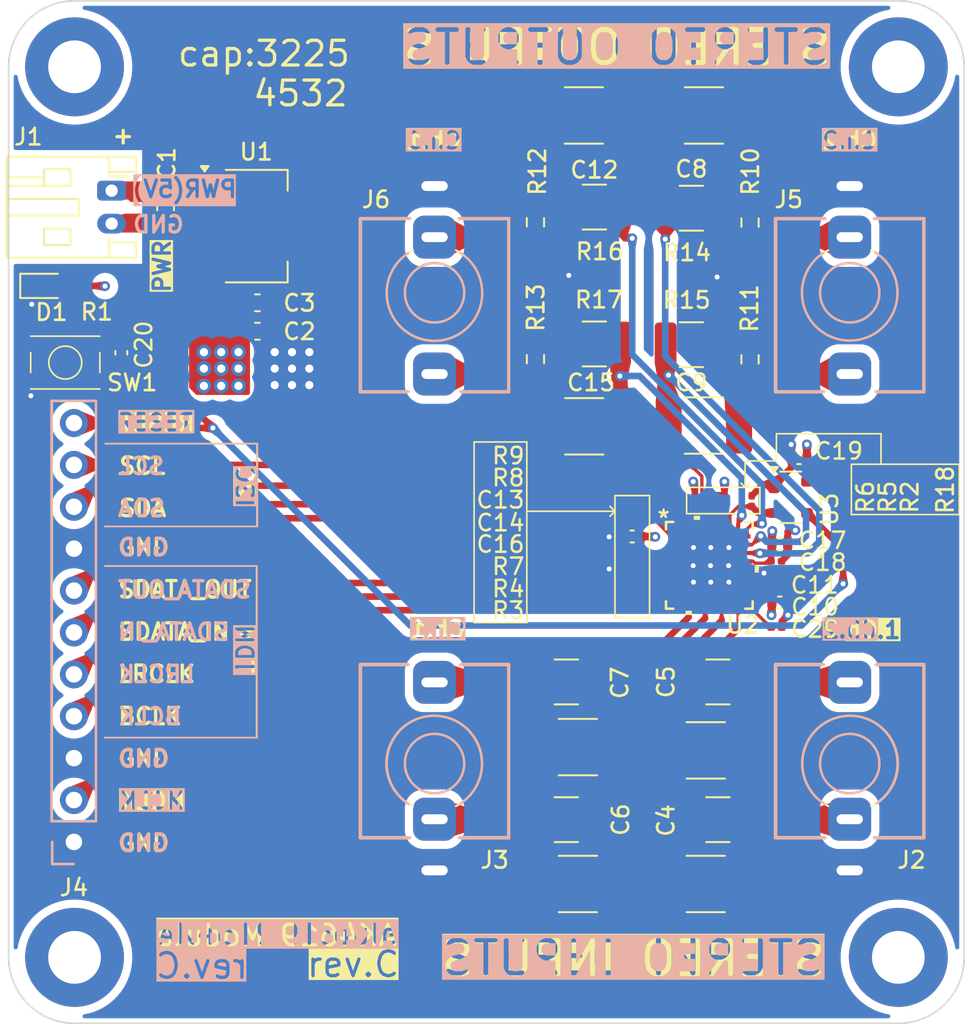
<source format=kicad_pcb>
(kicad_pcb (version 20241229) (generator "pcbnew") (generator_version "9.0")
  (layers (0 "F.Cu" signal) (4 "In1.Cu" signal) (6 "In2.Cu" signal) (2 "B.Cu" signal) (13 "F.Paste" user) (15 "B.Paste" user) (5 "F.SilkS" user "F.Silkscreen") (7 "B.SilkS" user "B.Silkscreen") (1 "F.Mask" user) (3 "B.Mask" user) (25 "Edge.Cuts" user))
  (net 0 "")
  (net 1 "/AIN3L")
  (net 2 "/AIN3S")
  (net 3 "/AIN3T")
  (net 4 "+3V3")
  (net 5 "GND")
  (net 6 "/AIN3R")
  (net 7 "/AIN6L")
  (net 8 "+5V")
  (net 9 "/I2C2_SCL")
  (net 10 "/I2C2_SDA")
  (net 11 "/LRCLK_OUT1")
  (net 12 "/MCLK")
  (net 13 "/SDATA_OUT1")
  (net 14 "/SDATA_IN1")
  (net 15 "/BCLK_OUT1")
  (net 16 "Net-(J6-PadT)")
  (net 17 "Net-(J6-PadS)")
  (net 18 "/PDN")
  (net 19 "Net-(D1-A)")
  (net 20 "/AIN6S")
  (net 21 "/AIN6R")
  (net 22 "/AIN6T")
  (net 23 "/AOUT1S")
  (net 24 "/AOUT1L")
  (net 25 "/AOUT1R")
  (net 26 "/AOUT1T")
  (net 27 "/AOUT2L")
  (net 28 "/AOUT2S")
  (net 29 "/AOUT2R")
  (net 30 "/AOUT2T")
  (net 31 "Net-(U2-AVDRV)")
  (net 32 "Net-(J5-PadT)")
  (net 33 "Net-(J5-PadS)")
  (net 34 "Net-(U2-CAD{slash}CSN)")
  (net 35 "Net-(U2-MCLK)")
  (net 36 "Net-(U2-BICK)")
  (net 37 "Net-(U2-LRCK)")
  (net 38 "Net-(U2-SDIN1)")
  (net 39 "Net-(U2-SDOUT1)")
  (net 47 "/RESET")
  (net 48 "Net-(U2-VCOM)")
  (footprint "Resistor_SMD:R_0201_0603Metric" (layer "F.Cu") (at 162.805 98.3)
    (property "Reference" "R7")
    (property "Value" "33R" (hide yes))
  )
  (footprint "Capacitor_SMD:C_0201_0603Metric" (layer "F.Cu") (at 162.805 97.48 180)
    (property "Reference" "C16")
    (property "Value" "2.2uF" (hide yes))
  )
  (footprint "Capacitor_SMD:C_0402_1005Metric" (layer "F.Cu") (at 162.595 95.48 180)
    (property "Reference" "C13")
    (property "Value" "10uF" (hide yes))
  )
  (footprint "Resistor_SMD:R_0201_0603Metric_Pad0.64x0.40mm_HandSolder" (layer "F.Cu") (at 158.75 81.0725 -90)
    (property "Reference" "R17")
    (property "Value" "10k" (hide yes))
  )
  (footprint "Capacitor_SMD:C_0402_1005Metric" (layer "F.Cu") (at 131.5875 84.34 -90)
    (property "Reference" "C20")
    (property "Value" "100nF" (hide yes))
  )
  (footprint "Capacitor_SMD:C_0402_1005Metric" (layer "F.Cu") (at 172.7232 90.73 180)
    (property "Reference" "C19")
    (property "Value" "100nF" (hide yes))
  )
  (footprint "Capacitor_SMD:C_1210_3225Metric_Pad1.33x2.70mm_HandSolder" (layer "F.Cu") (at 160.3 83.805 180)
    (property "Reference" "C15")
    (property "Value" "1uF" (hide yes))
  )
  (footprint "Capacitor_SMD:C_1812_4532Metric_Pad1.57x3.40mm_HandSolder" (layer "F.Cu") (at 159.3 108.25 180)
    (property "Reference" "C24" (hide yes))
    (property "Value" "open" (hide yes))
  )
  (footprint "Capacitor_SMD:C_1210_3225Metric_Pad1.33x2.70mm_HandSolder" (layer "F.Cu") (at 158.6 104.3 180)
    (property "Reference" "C7")
    (property "Value" "1uF" (hide yes))
  )
  (footprint "Capacitor_SMD:C_1210_3225Metric_Pad1.33x2.70mm_HandSolder" (layer "F.Cu") (at 167.8 112.65)
    (property "Reference" "C4")
    (property "Value" "1uF" (hide yes))
  )
  (footprint "Capacitor_SMD:C_0201_0603Metric" (layer "F.Cu") (at 171.345 96.98)
    (property "Reference" "C18")
    (property "Value" "100nF" (hide yes))
  )
  (footprint "Resistor_SMD:R_0201_0603Metric" (layer "F.Cu") (at 129.55 80.285 180)
    (property "Reference" "R1")
    (property "Value" "1k" (hide yes))
  )
  (footprint "Capacitor_SMD:C_0402_1005Metric" (layer "F.Cu") (at 171.555 95.955)
    (property "Reference" "C17")
    (property "Value" "10uF" (hide yes))
  )
  (footprint "Resistor_SMD:R_0603_1608Metric_Pad0.98x0.95mm_HandSolder" (layer "F.Cu") (at 169.75 84.7375 -90)
    (property "Reference" "R11")
    (property "Value" "220R" (hide yes))
  )
  (footprint "Resistor_SMD:R_0201_0603Metric" (layer "F.Cu") (at 162.805 99.125)
    (property "Reference" "R4")
    (property "Value" "33R" (hide yes))
  )
  (footprint "Resistor_SMD:R_0201_0603Metric_Pad0.64x0.40mm_HandSolder" (layer "F.Cu") (at 158.75 78.23 90)
    (property "Reference" "R16")
    (property "Value" "10k" (hide yes))
  )
  (footprint "Capacitor_SMD:C_1210_3225Metric_Pad1.33x2.70mm_HandSolder" (layer "F.Cu") (at 158.6 112.65 180)
    (property "Reference" "C6")
    (property "Value" "1uF" (hide yes))
  )
  (footprint "Capacitor_SMD:C_0402_1005Metric" (layer "F.Cu") (at 171.555 99.48)
    (property "Reference" "C10")
    (property "Value" "10uF" (hide yes))
  )
  (footprint "Resistor_SMD:R_0603_1608Metric_Pad0.98x0.95mm_HandSolder" (layer "F.Cu") (at 156.725 84.73 -90)
    (property "Reference" "R13")
    (property "Value" "220R" (hide yes))
  )
  (footprint "Resistor_SMD:R_0201_0603Metric" (layer "F.Cu") (at 168.2 93.3 90)
    (property "Reference" "R2")
    (property "Value" "10k" (hide yes))
  )
  (footprint "Resistor_SMD:R_0603_1608Metric_Pad0.98x0.95mm_HandSolder" (layer "F.Cu") (at 169.75 76.45 -90)
    (property "Reference" "R10")
    (property "Value" "220R" (hide yes))
  )
  (footprint "Capacitor_SMD:C_0201_0603Metric" (layer "F.Cu") (at 162.805 96.455 180)
    (property "Reference" "C14")
    (property "Value" "100nF" (hide yes))
  )
  (footprint "Capacitor_SMD:C_1812_4532Metric_Pad1.57x3.40mm_HandSolder" (layer "F.Cu") (at 167.0625 108.45)
    (property "Reference" "C22" (hide yes))
    (property "Value" "open" (hide yes))
  )
  (footprint "Capacitor_SMD:C_1210_3225Metric_Pad1.33x2.70mm_HandSolder" (layer "F.Cu") (at 166.1875 75.575)
    (property "Reference" "C8")
    (property "Value" "1uF" (hide yes))
  )
  (footprint "Package_TO_SOT_SMD:SOT-143" (layer "F.Cu") (at 172.2032 93.105)
    (property "Reference" "U3")
    (property "Value" "ADM811TARTZ" (hide yes))
  )
  (footprint "Connector_JST:JST_PH_S2B-PH-K_1x02_P2.00mm_Horizontal" (layer "F.Cu") (at 131 74.51 -90)
    (property "Reference" "J1")
    (property "Value" "Conn_01x02" (hide yes))
  )
  (footprint "Capacitor_SMD:C_1812_4532Metric_Pad1.57x3.40mm_HandSolder" (layer "F.Cu") (at 166.95 69.95)
    (property "Reference" "C25" (hide yes))
    (property "Value" "open" (hide yes))
  )
  (footprint "Capacitor_SMD:C_1812_4532Metric_Pad1.57x3.40mm_HandSolder" (layer "F.Cu") (at 167.0625 116.55)
    (property "Reference" "C21" (hide yes))
    (property "Value" "open" (hide yes))
  )
  (footprint "My_Parts:Jack_3.5mm_QingPu_WQP-PJ366ST_Vertical" (layer "F.Cu") (at 175.8 109.245)
    (property "Reference" "J2")
    (property "Value" "AudioJack2_Ground" (hide yes))
  )
  (footprint "Resistor_SMD:R_0201_0603Metric" (layer "F.Cu") (at 162.805 93.525)
    (property "Reference" "R9")
    (property "Value" "33R" (hide yes))
  )
  (footprint "Package_TO_SOT_SMD:SOT-223-3_TabPin2" (layer "F.Cu") (at 139.775 76.66)
    (property "Reference" "U1")
    (property "Value" "AP7361EA-33E-13" (hide yes))
  )
  (footprint "Capacitor_SMD:C_1812_4532Metric_Pad1.57x3.40mm_HandSolder" (layer "F.Cu") (at 166.95 88.75)
    (property "Reference" "C26" (hide yes))
    (property "Value" "open" (hide yes))
  )
  (footprint "Capacitor_SMD:C_1812_4532Metric_Pad1.57x3.40mm_HandSolder" (layer "F.Cu") (at 159.6625 69.95 180)
    (property "Reference" "C27" (hide yes))
    (property "Value" "open" (hide yes))
  )
  (footprint "Resistor_SMD:R_0201_0603Metric" (layer "F.Cu") (at 169.8532 93.335 -90)
    (property "Reference" "R18")
    (property "Value" "100k" (hide yes))
  )
  (footprint "My_Parts:Jack_3.5mm_QingPu_WQP-PJ366ST_Vertical" (layer "F.Cu") (at 150.6 109.245)
    (property "Reference" "J3")
    (property "Value" "AudioJack2_Ground" (hide yes))
  )
  (footprint "My_Parts:AK4619VN_AKM" (layer "F.Cu") (at 167.2782 97.23)
    (property "Reference" "U2")
    (property "Value" "AK4619VN" (hide yes))
  )
  (footprint "Capacitor_SMD:C_1812_4532Metric_Pad1.57x3.40mm_HandSolder" (layer "F.Cu") (at 159.3 116.55 180)
    (property "Reference" "C23" (hide yes))
    (property "Value" "open" (hide yes))
  )
  (footprint "Capacitor_SMD:C_1210_3225Metric_Pad1.33x2.70mm_HandSolder" (layer "F.Cu") (at 160.3 75.505 180)
    (property "Reference" "C12")
    (property "Value" "1uF" (hide yes))
  )
  (footprint "Resistor_SMD:R_0603_1608Metric_Pad0.98x0.95mm_HandSolder" (layer "F.Cu") (at 156.725 76.43 -90)
    (property "Reference" "R12")
    (property "Value" "220R" (hide yes))
  )
  (footprint "Resistor_SMD:R_0201_0603Metric" (layer "F.Cu") (at 166.4 93.3 90)
    (property "Reference" "R6")
    (property "Value" "10k" (hide yes))
  )
  (footprint "Capacitor_SMD:C_0603_1608Metric" (layer "F.Cu") (at 139.85 81.31)
    (property "Reference" "C3")
    (property "Value" "4.7uF" (hide yes))
  )
  (footprint "Resistor_SMD:R_0201_0603Metric" (layer "F.Cu") (at 162.805 94.375)
    (property "Reference" "R8")
    (property "Value" "33R" (hide yes))
  )
  (footprint "Resistor_SMD:R_0201_0603Metric" (layer "F.Cu") (at 167.3 93.3 90)
    (property "Reference" "R5")
    (property "Value" "10k" (hide yes))
  )
  (footprint "My_Parts:SKRPABE010" (layer "F.Cu") (at 128.1875 84.935)
    (property "Reference" "SW1")
    (property "Value" "SKRPABE010" (hide yes))
  )
  (footprint "Resistor_SMD:R_0201_0603Metric_Pad0.64x0.40mm_HandSolder" (layer "F.Cu") (at 167.75 81.15 -90)
    (property "Reference" "R15")
    (property "Value" "10k" (hide yes))
  )
  (footprint "Connector_PinSocket_2.54mm:PinSocket_1x11_P2.54mm_Vertical" (layer "F.Cu") (at 128.7125 114 180)
    (property "Reference" "J4")
    (property "Value" "Conn_01x11" (hide yes))
  )
  (footprint "Resistor_SMD:R_0201_0603Metric_Pad0.64x0.40mm_HandSolder" (layer "F.Cu") (at 167.75 78.275 90)
    (property "Reference" "R14")
    (property "Value" "10k" (hide yes))
  )
  (footprint "Capacitor_SMD:C_0201_0603Metric" (layer "F.Cu") (at 171.345 98.48)
    (property "Reference" "C11")
    (property "Value" "100nF" (hide yes))
  )
  (footprint "LED_SMD:LED_0603_1608Metric" (layer "F.Cu") (at 126.9375 80.285)
    (property "Reference" "D1")
    (property "Value" "LED" (hide yes))
  )
  (footprint "Capacitor_SMD:C_0603_1608Metric" (layer "F.Cu") (at 139.85 83.035)
    (property "Reference" "C2")
    (property "Value" "4.7uF" (hide yes))
  )
  (footprint "Capacitor_SMD:C_0201_0603Metric" (layer "F.Cu") (at 171.355 101)
    (property "Reference" "C29")
    (property "Value" "2.2uF" (hide yes))
  )
  (footprint "Resistor_SMD:R_0201_0603Metric" (layer "F.Cu") (at 162.805 99.95)
    (property "Reference" "R3")
    (property "Value" "33R" (hide yes))
  )
  (footprint "Capacitor_SMD:C_0603_1608Metric" (layer "F.Cu") (at 134.275 75.56 -90)
    (property "Reference" "C1")
    (property "Value" "4.7uF" (hide yes))
  )
  (footprint "My_Parts:Jack_3.5mm_QingPu_WQP-PJ366ST_Vertical" (layer "F.Cu") (at 175.8 80.71 180)
    (property "Reference" "J5")
    (property "Value" "AudioJack2_Ground" (hide yes))
  )
  (footprint "Capacitor_SMD:C_1812_4532Metric_Pad1.57x3.40mm_HandSolder" (layer "F.Cu") (at 159.6875 88.8 180)
    (property "Reference" "C28" (hide yes))
    (property "Value" "open" (hide yes))
  )
  (footprint "Capacitor_SMD:C_1210_3225Metric_Pad1.33x2.70mm_HandSolder" (layer "F.Cu") (at 166.1875 83.85)
    (property "Reference" "C9")
    (property "Value" "1uF" (hide yes))
  )
  (footprint "Capacitor_SMD:C_1210_3225Metric_Pad1.33x2.70mm_HandSolder" (layer "F.Cu") (at 167.8 104.3)
    (property "Reference" "C5")
    (property "Value" "1uF" (hide yes))
  )
  (footprint "My_Parts:Jack_3.5mm_QingPu_WQP-PJ366ST_Vertical" (layer "F.Cu") (at 150.6 80.71 180)
    (property "Reference" "J6")
    (property "Value" "AudioJack2_Ground" (hide yes))
  )
  (gr_line (start 169.45 92.5) (end 169.2 92.25) (stroke (width 0.1)) (layer "F.SilkS"))
  (gr_line (start 175.9 94.15) (end 175.9 91.1) (stroke (width 0.1)) (layer "F.SilkS"))
  (gr_line (start 139.8 97.272222) (end 139.8 107.672222) (stroke (width 0.1)) (layer "F.SilkS"))
  (gr_line (start 165.9 94.1) (end 165.9 92.5) (stroke (width 0.1)) (layer "F.SilkS"))
  (gr_line (start 161.55 93) (end 163.65 93) (stroke (width 0.1)) (layer "F.SilkS"))
  (gr_line (start 170.35 92.5) (end 165.9 92.5) (stroke (width 0.1)) (layer "F.SilkS"))
  (gr_line (start 171.35 90.9) (end 171.35 89.25) (stroke (width 0.1)) (layer "F.SilkS"))
  (gr_line (start 161.95 100.4) (end 161.65 100.4) (stroke (width 0.1)) (layer "F.SilkS"))
  (gr_line (start 169.45 92.5) (end 169.7 92.25) (stroke (width 0.1)) (layer "F.SilkS"))
  (gr_line (start 170.35 94.1) (end 169.65 94.1) (stroke (width 0.1)) (layer "F.SilkS"))
  (gr_line (start 161.55 100.4) (end 161.55 93) (stroke (width 0.1)) (layer "F.SilkS"))
  (gr_line (start 161.65 100.4) (end 161.55 100.4) (stroke (width 0.1)) (layer "F.SilkS"))
  (gr_line (start 175.9 94.15) (end 182.45 94.15) (stroke (width 0.1)) (layer "F.SilkS"))
  (gr_line (start 139.775 107.672222) (end 130.575 107.672222) (stroke (width 0.1)) (layer "F.SilkS"))
  (gr_line (start 139.825 89.85) (end 139.825 94.875) (stroke (width 0.1)) (layer "F.SilkS"))
  (gr_line (start 156.20119 89.75) (end 153.00119 89.75) (stroke (width 0.1)) (layer "F.SilkS"))
  (gr_line (start 161.55 93.95) (end 161.25 94.25) (stroke (width 0.1)) (layer "F.SilkS"))
  (gr_line (start 163.65 93) (end 163.65 100.4) (stroke (width 0.1)) (layer "F.SilkS"))
  (gr_line (start 170.35 94.1) (end 170.35 92.5) (stroke (width 0.1)) (layer "F.SilkS"))
  (gr_line (start 130.625 89.85) (end 139.825 89.85) (stroke (width 0.1)) (layer "F.SilkS"))
  (gr_line (start 182.45 91.1) (end 175.9 91.1) (stroke (width 0.1)) (layer "F.SilkS"))
  (gr_line (start 139.8 94.875) (end 130.6 94.875) (stroke (width 0.1)) (layer "F.SilkS"))
  (gr_line (start 182.45 94.15) (end 182.45 91.1) (stroke (width 0.1)) (layer "F.SilkS"))
  (gr_line (start 163.65 100.4) (end 161.95 100.4) (stroke (width 0.1)) (layer "F.SilkS"))
  (gr_line (start 130.6 97.272222) (end 139.8 97.272222) (stroke (width 0.1)) (layer "F.SilkS"))
  (gr_line (start 169.45 92.5) (end 169.45 90.9) (stroke (width 0.1)) (layer "F.SilkS"))
  (gr_line (start 169.45 90.9) (end 171.35 90.9) (stroke (width 0.1)) (layer "F.SilkS"))
  (gr_line (start 161.55 93.95) (end 161.25 93.65) (stroke (width 0.1)) (layer "F.SilkS"))
  (gr_line (start 171.35 89.25) (end 177.7 89.25) (stroke (width 0.1)) (layer "F.SilkS"))
  (gr_line (start 165.9 94.1) (end 168.85 94.1) (stroke (width 0.1)) (layer "F.SilkS"))
  (gr_line (start 153.00119 89.75) (end 153.00119 100.7) (stroke (width 0.1)) (layer "F.SilkS"))
  (gr_line (start 156.20119 100.7) (end 156.20119 89.75) (stroke (width 0.1)) (layer "F.SilkS"))
  (gr_line (start 156.20119 100.7) (end 153.00119 100.7) (stroke (width 0.1)) (layer "F.SilkS"))
  (gr_line (start 161.55 93.95) (end 156.25 93.95) (stroke (width 0.1)) (layer "F.SilkS"))
  (gr_line (start 177.7 89.25) (end 177.7 91.1) (stroke (width 0.1)) (layer "F.SilkS"))
  (gr_line (start 171.3 113.75) (end 171.3 103.25) (stroke (width 0.2)) (layer "B.SilkS"))
  (gr_line (start 139.85 89.85) (end 139.85 94.875) (stroke (width 0.1)) (layer "B.SilkS"))
  (gr_line (start 139.825 94.875) (end 130.625 94.875) (stroke (width 0.1)) (layer "B.SilkS"))
  (gr_arc (start 177.35 78.25) (mid 175.826447 83.600298) (end 174.205556 78.278681) (stroke (width 0.15)) (layer "B.SilkS"))
  (gr_line (start 171.3 76.2) (end 174.3 76.2) (stroke (width 0.2)) (layer "B.SilkS"))
  (gr_line (start 155.1 86.7) (end 152.2 86.7) (stroke (width 0.2)) (layer "B.SilkS"))
  (gr_line (start 180.3 103.25) (end 180.3 113.75) (stroke (width 0.2)) (layer "B.SilkS"))
  (gr_line (start 128.7 115.35) (end 127.4 115.35) (stroke (width 0.15)) (layer "B.SilkS"))
  (gr_line (start 171.3 103.25) (end 174.2 103.25) (stroke (width 0.2)) (layer "B.SilkS"))
  (gr_line (start 155.1 113.75) (end 152.1 113.75) (stroke (width 0.2)) (layer "B.SilkS"))
  (gr_line (start 146.1 113.75) (end 146.1 103.25) (stroke (width 0.2)) (layer "B.SilkS"))
  (gr_circle (center 175.8 80.700694) (end 175.85 78.900694) (stroke (width 0.15)) (fill no) (layer "B.SilkS"))
  (gr_line (start 171.3 86.7) (end 171.3 76.2) (stroke (width 0.2)) (layer "B.SilkS"))
  (gr_line (start 130.625 97.272222) (end 139.825 97.272222) (stroke (width 0.1)) (layer "B.SilkS"))
  (gr_line (start 139.825 97.272222) (end 139.825 107.672222) (stroke (width 0.1)) (layer "B.SilkS"))
  (gr_line (start 130.05 87.25) (end 127.35 87.25) (stroke (width 0.15)) (layer "B.SilkS"))
  (gr_arc (start 174.276447 111.700298) (mid 175.8 106.35) (end 177.420891 111.671617) (stroke (width 0.15)) (layer "B.SilkS"))
  (gr_circle (center 150.600694 80.700694) (end 150.650694 78.900694) (stroke (width 0.15)) (fill no) (layer "B.SilkS"))
  (gr_circle (center 150.600694 109.25) (end 150.650694 107.45) (stroke (width 0.15)) (fill no) (layer "B.SilkS"))
  (gr_line (start 149.1 113.75) (end 146.1 113.75) (stroke (width 0.2)) (layer "B.SilkS"))
  (gr_line (start 139.8 107.672222) (end 130.6 107.672222) (stroke (width 0.1)) (layer "B.SilkS"))
  (gr_line (start 146.1 86.7) (end 146.1 76.2) (stroke (width 0.2)) (layer "B.SilkS"))
  (gr_line (start 180.3 113.75) (end 177.3 113.75) (stroke (width 0.2)) (layer "B.SilkS"))
  (gr_line (start 155.1 103.25) (end 155.1 113.75) (stroke (width 0.2)) (layer "B.SilkS"))
  (gr_line (start 174.3 113.75) (end 171.3 113.75) (stroke (width 0.2)) (layer "B.SilkS"))
  (gr_arc (start 152.144444 78.271319) (mid 150.620891 83.621617) (end 149 78.3) (stroke (width 0.15)) (layer "B.SilkS"))
  (gr_line (start 149 86.7) (end 146.1 86.7) (stroke (width 0.2)) (layer "B.SilkS"))
  (gr_line (start 130.65 89.85) (end 139.85 89.85) (stroke (width 0.1)) (layer "B.SilkS"))
  (gr_line (start 127.4 115.35) (end 127.4 114) (stroke (width 0.15)) (layer "B.SilkS"))
  (gr_line (start 152.1 76.2) (end 155.1 76.2) (stroke (width 0.2)) (layer "B.SilkS"))
  (gr_line (start 146.1 103.25) (end 149 103.25) (stroke (width 0.2)) (layer "B.SilkS"))
  (gr_line (start 127.35 87.25) (end 127.35 112.75) (stroke (width 0.15)) (layer "B.SilkS"))
  (gr_line (start 180.3 86.7) (end 177.4 86.7) (stroke (width 0.2)) (layer "B.SilkS"))
  (gr_line (start 146.1 76.2) (end 149.1 76.2) (stroke (width 0.2)) (layer "B.SilkS"))
  (gr_line (start 177.3 76.2) (end 180.3 76.2) (stroke (width 0.2)) (layer "B.SilkS"))
  (gr_line (start 127.35 112.75) (end 130.05 112.75) (stroke (width 0.15)) (layer "B.SilkS"))
  (gr_line (start 155.1 76.2) (end 155.1 86.7) (stroke (width 0.2)) (layer "B.SilkS"))
  (gr_line (start 180.3 76.2) (end 180.3 86.7) (stroke (width 0.2)) (layer "B.SilkS"))
  (gr_circle (center 175.800694 109.25) (end 175.850694 107.45) (stroke (width 0.15)) (fill no) (layer "B.SilkS"))
  (gr_line (start 152.2 103.25) (end 155.1 103.25) (stroke (width 0.2)) (layer "B.SilkS"))
  (gr_arc (start 149.026447 111.700298) (mid 150.55 106.35) (end 152.170891 111.671617) (stroke (width 0.15)) (layer "B.SilkS"))
  (gr_line (start 177.4 103.25) (end 180.3 103.25) (stroke (width 0.2)) (layer "B.SilkS"))
  (gr_line (start 130.05 112.75) (end 130.05 87.25) (stroke (width 0.15)) (layer "B.SilkS"))
  (gr_line (start 174.2 86.7) (end 171.3 86.7) (stroke (width 0.2)) (layer "B.SilkS"))
  (gr_arc (start 178.75 63) (mid 181.578427 64.171573) (end 182.75 67) (stroke (width 0.1)) (layer "Edge.Cuts"))
  (gr_arc (start 128.75 125) (mid 125.921573 123.828427) (end 124.75 121) (stroke (width 0.1)) (layer "Edge.Cuts"))
  (gr_line (start 182.75 67) (end 182.75 121) (stroke (width 0.1)) (layer "Edge.Cuts"))
  (gr_arc (start 124.75 67) (mid 125.921573 64.171573) (end 128.75 63) (stroke (width 0.1)) (layer "Edge.Cuts"))
  (gr_arc (start 182.75 121) (mid 181.578427 123.828427) (end 178.75 125) (stroke (width 0.1)) (layer "Edge.Cuts"))
  (gr_line (start 128.75 63) (end 178.75 63) (stroke (width 0.1)) (layer "Edge.Cuts"))
  (gr_line (start 178.75 125) (end 128.75 125) (stroke (width 0.1)) (layer "Edge.Cuts"))
  (gr_line (start 124.75 121) (end 124.75 67) (stroke (width 0.1)) (layer "Edge.Cuts"))
  (gr_text "BCLK" (at 131.3 106.966666 0) (layer "F.SilkS") (effects (font (size 1 1) (thickness 0.2) (bold yes)) (justify left bottom)))
  (gr_text "AK4619 Module" (at 133.701588 120.3 0) (layer "F.SilkS" knockout) (effects (font (size 1.25 1.25) (thickness 0.2) (bold yes)) (justify left bottom)))
  (gr_text "I2C\n" (at 139.725 93.8 90) (layer "F.SilkS" knockout) (effects (font (size 1 1) (thickness 0.2) (bold yes)) (justify left bottom)))
  (gr_text "GND\n" (at 131.3 114.65 0) (layer "F.SilkS") (effects (font (size 1 1) (thickness 0.2) (bold yes)) (justify left bottom)))
  (gr_text "Ch.1" (at 174 72.05 0) (layer "F.SilkS" knockout) (effects (font (size 1 1) (thickness 0.2) (bold yes)) (justify left bottom)))
  (gr_text "STEREO INPUTS" (at 150.85 122.2 0) (layer "F.SilkS" knockout) (effects (font (size 2 2) (thickness 0.3)) (justify left bottom)))
  (gr_text "MCLK" (at 131.3 112.088889 0) (layer "F.SilkS" knockout) (effects (font (size 1 1) (thickness 0.2) (bold yes)) (justify left bottom)))
  (gr_text "STEREO OUTPUTS" (at 148.5 67 0) (layer "F.SilkS" knockout) (effects (font (size 2 2) (thickness 0.3)) (justify left bottom)))
  (gr_text "SDA" (at 131.35 94.35 0) (layer "F.SilkS") (effects (font (size 1 1) (thickness 0.2) (bold yes)) (justify left bottom)))
  (gr_text "cap:3225\n    4532" (at 134.9 69.5 0) (layer "F.SilkS") (effects (font (size 1.5 1.5) (thickness 0.2)) (justify left bottom)))
  (gr_text "Ch.1" (at 175.4 101.75 0) (layer "F.SilkS" knockout) (effects (font (size 1 1) (thickness 0.2) (bold yes)) (justify left bottom)))
  (gr_text "GND\n" (at 131.3 109.527778 0) (layer "F.SilkS") (effects (font (size 1 1) (thickness 0.2) (bold yes)) (justify left bottom)))
  (gr_text "GND\n" (at 131.3 96.722222 0) (layer "F.SilkS") (effects (font (size 1 1) (thickness 0.2) (bold yes)) (justify left bottom)))
  (gr_text "+" (at 130.95 71.75 0) (layer "F.SilkS") (effects (font (size 1 1) (thickness 0.2) (bold yes)) (justify left bottom)))
  (gr_text "Ch.2" (at 148.75 72.05 0) (layer "F.SilkS" knockout) (effects (font (size 1 1) (thickness 0.2) (bold yes)) (justify left bottom)))
  (gr_text "SCL\n" (at 131.35 91.788889 0) (layer "F.SilkS") (effects (font (size 1 1) (thickness 0.2) (bold yes)) (justify left bottom)))
  (gr_text "TDM" (at 139.725 103.872222 90) (layer "F.SilkS" knockout) (effects (font (size 1 1) (thickness 0.2) (bold yes)) (justify left bottom)))
  (gr_text "RESET" (at 131.25 89.15 0) (layer "F.SilkS" knockout) (effects (font (size 1 1) (thickness 0.2) (bold yes)) (justify left bottom)))
  (gr_text "rev.C" (at 142.735714 122.3 0) (layer "F.SilkS" knockout) (effects (font (size 1.5 1.5) (thickness 0.2) (bold yes)) (justify left bottom)))
  (gr_text "SDATA_OUT" (at 131.3 99.283333 0) (layer "F.SilkS") (effects (font (size 1 1) (thickness 0.2) (bold yes)) (justify left bottom)))
  (gr_text "LRCLK" (at 131.3 104.405555 0) (layer "F.SilkS") (effects (font (size 1 1) (thickness 0.2) (bold yes)) (justify left bottom)))
  (gr_text "SDATA_IN" (at 131.3 101.844444 0) (layer "F.SilkS") (effects (font (size 1 1) (thickness 0.2) (bold yes)) (justify left bottom)))
  (gr_text "Ch.2" (at 149 101.7 0) (layer "F.SilkS" knockout) (effects (font (size 1 1) (thickness 0.2) (bold yes)) (justify left bottom)))
  (gr_text "PWR\n" (at 134.65 80.8 90) (layer "F.SilkS" knockout) (effects (font (size 1 1) (thickness 0.2) (bold yes)) (justify left bottom)))
  (gr_text "I2C\n" (at 138.5 93.8 -90) (layer "B.SilkS" knockout) (effects (font (size 1 1) (thickness 0.2) (bold yes)) (justify left bottom mirror)))
  (gr_text "SDA" (at 134.347619 94.361111 -0) (layer "B.SilkS") (effects (font (size 1 1) (thickness 0.2) (bold yes)) (justify left bottom mirror)))
  (gr_text "rev.C" (at 139.4 122.4 -0) (layer "B.SilkS" knockout) (effects (font (size 1.5 1.5) (thickness 0.2) (bold yes)) (justify left bottom mirror)))
  (gr_text "GND\n" (at 135.5 77.15 -0) (layer "B.SilkS") (effects (font (size 1 1) (thickness 0.2) (bold yes)) (justify left bottom mirror)))
  (gr_text "AK4619 Module" (at 148.434126 120.4 -0) (layer "B.SilkS" knockout) (effects (font (size 1.25 1.25) (thickness 0.2) (bold yes)) (justify left bottom mirror)))
  (gr_text "TDM" (at 138.45 103.9 -90) (layer "B.SilkS" knockout) (effects (font (size 1 1) (thickness 0.2) (bold yes)) (justify left bottom mirror)))
  (gr_text "SDATA_OUT" (at 139.585715 99.294444 -0) (layer "B.SilkS") (effects (font (size 1 1) (thickness 0.2) (bold yes)) (justify left bottom mirror)))
  (gr_text "GND\n" (at 134.585714 96.733333 -0) (layer "B.SilkS") (effects (font (size 1 1) (thickness 0.2) (bold yes)) (justify left bottom mirror)))
  (gr_text "SCL\n" (at 134.3 91.8 -0) (layer "B.SilkS") (effects (font (size 1 1) (thickness 0.2) (bold yes)) (justify left bottom mirror)))
  (gr_text "GND\n" (at 134.585714 109.538889 -0) (layer "B.SilkS") (effects (font (size 1 1) (thickness 0.2) (bold yes)) (justify left bottom mirror)))
  (gr_text "LRCLK" (at 136.157143 104.416666 -0) (layer "B.SilkS") (effects (font (size 1 1) (thickness 0.2) (bold yes)) (justify left bottom mirror)))
  (gr_text "MCLK" (at 135.601587 112.1 -0) (layer "B.SilkS" knockout) (effects (font (size 1 1) (thickness 0.2) (bold yes)) (justify left bottom mirror)))
  (gr_text "Ch.2" (at 177.63 101.72 -0) (layer "B.SilkS" knockout) (effects (font (size 1 1) (thickness 0.2) (bold yes)) (justify left bottom mirror)))
  (gr_text "BCLK" (at 135.347619 106.977777 -0) (layer "B.SilkS") (effects (font (size 1 1) (thickness 0.2) (bold yes)) (justify left bottom mirror)))
  (gr_text "RESET" (at 136.173016 89.161111 -0) (layer "B.SilkS" knockout) (effects (font (size 1 1) (thickness 0.2) (bold yes)) (justify left bottom mirror)))
  (gr_text "STEREO INPUTS" (at 174.48 122.25 -0) (layer "B.SilkS" knockout) (effects (font (size 2 2) (thickness 0.3)) (justify left bottom mirror)))
  (gr_text "Ch.2" (at 177.59 72.06 -0) (layer "B.SilkS" knockout) (effects (font (size 1 1) (thickness 0.2) (bold yes)) (justify left bottom mirror)))
  (gr_text "PWR(5V)\n" (at 138.7 75 0) (layer "B.SilkS" knockout) (effects (font (size 1 1) (thickness 0.2) (bold yes)) (justify left bottom mirror)))
  (gr_text "Ch.1" (at 152.59 101.7 -0) (layer "B.SilkS" knockout) (effects (font (size 1 1) (thickness 0.2) (bold yes)) (justify left bottom mirror)))
  (gr_text "SDATA_IN" (at 138.252381 101.855555 -0) (layer "B.SilkS") (effects (font (size 1 1) (thickness 0.2) (bold yes)) (justify left bottom mirror)))
  (gr_text "Ch.1" (at 152.34 72.06 -0) (layer "B.SilkS" knockout) (effects (font (size 1 1) (thickness 0.2) (bold yes)) (justify left bottom mirror)))
  (gr_text "GND\n" (at 134.585714 114.661111 -0) (layer "B.SilkS") (effects (font (size 1 1) (thickness 0.2) (bold yes)) (justify left bottom mirror)))
  (gr_text "STEREO OUTPUTS" (at 174.82 67 -0) (layer "B.SilkS" knockout) (effects (font (size 2 2) (thickness 0.3)) (justify left bottom mirror)))
  (via (at 178.75 67) (size 6) (drill 3.2) (layers "F.Cu" "B.Cu") (net 0))
  (via (at 128.75 121) (size 6) (drill 3.2) (layers "F.Cu" "B.Cu") (net 0))
  (via (at 128.75 67) (size 6) (drill 3.2) (layers "F.Cu" "B.Cu") (net 0))
  (via (at 178.75 121) (size 6) (drill 3.2) (layers "F.Cu" "B.Cu") (net 0))
  (segment (start 169.028199 101.071801) (end 167.9 102.2) (width 0.4) (layer "F.Cu") (net 1))
  (segment (start 166.2375 115.2375) (end 164.925 116.55) (width 1) (layer "F.Cu") (net 1))
  (segment (start 167.9 108.95) (end 166.2375 110.6125) (width 0.4) (layer "F.Cu") (net 1))
  (segment (start 166.2375 112.65) (end 166.2375 115.2375) (width 1) (layer "F.Cu") (net 1))
  (segment (start 169.028199 99.5268) (end 169.028199 101.071801) (width 0.2) (layer "F.Cu") (net 1))
  (segment (start 167.9 102.2) (end 167.9 108.95) (width 0.4) (layer "F.Cu") (net 1))
  (segment (start 166.2375 110.6125) (end 166.2375 112.65) (width 0.4) (layer "F.Cu") (net 1))
  (segment (start 169.3625 112.65) (end 175.775 112.65) (width 1.27) (layer "F.Cu") (net 2))
  (segment (start 175.775 112.65) (end 175.8 112.625) (width 1.27) (layer "F.Cu") (net 2))
  (segment (start 169.2 116.55) (end 169.2 112.8125) (width 1) (layer "F.Cu") (net 2))
  (segment (start 169.2 112.8125) (end 169.3625 112.65) (width 1) (layer "F.Cu") (net 2))
  (segment (start 169.2 108.45) (end 169.2 104.4625) (width 1) (layer "F.Cu") (net 3))
  (segment (start 169.3625 104.3) (end 175.775 104.3) (width 1.27) (layer "F.Cu") (net 3))
  (segment (start 175.775 104.3) (end 175.8 104.325) (width 1.27) (layer "F.Cu") (net 3))
  (segment (start 169.2 104.4625) (end 169.3625 104.3) (width 1) (layer "F.Cu") (net 3))
  (segment (start 166.4 92.98) (end 166.4 92.25) (width 0.4) (layer "F.Cu") (net 4))
  (segment (start 171.075 100.225) (end 171.05 100.25) (width 0.4) (layer "F.Cu") (net 4))
  (segment (start 163.149999 96.479999) (end 163.125 96.455) (width 0.2) (layer "F.Cu") (net 4))
  (segment (start 173.2032 90.73) (end 173.2032 89.9032) (width 0.4) (layer "F.Cu") (net 4))
  (segment (start 163.075 95.48) (end 163.98 95.48) (width 0.4) (layer "F.Cu") (net 4))
  (segment (start 170.05 97.1) (end 170.905 97.1) (width 0.2) (layer "F.Cu") (net 4))
  (segment (start 173.2032 92.155) (end 173.2032 90.73) (width 0.4) (layer "F.Cu") (net 4))
  (segment (start 171.025 98.48) (end 171.025 99.43) (width 0.4) (layer "F.Cu") (net 4))
  (segment (start 169.575 98.48) (end 171.025 98.48) (width 0.2) (layer "F.Cu") (net 4))
  (segment (start 163.125 95.53) (end 163.075 95.48) (width 0.4) (layer "F.Cu") (net 4))
  (segment (start 129.87 80.285) (end 130.585 80.285) (width 0.4) (layer "F.Cu") (net 4))
  (segment (start 163.98 95.48) (end 164 95.5) (width 0.4) (layer "F.Cu") (net 4))
  (segment (start 130.585 80.285) (end 130.6 80.3) (width 0.2) (layer "F.Cu") (net 4))
  (segment (start 164.9814 96.479999) (end 163.149999 96.479999) (width 0.2) (layer "F.Cu") (net 4))
  (segment (start 171.025 96.005) (end 171.075 95.955) (width 0.4) (layer "F.Cu") (net 4))
  (segment (start 169.575 96.98) (end 169.93 96.98) (width 0.2) (layer "F.Cu") (net 4))
  (segment (start 169.93 96.98) (end 170.05 97.1) (width 0.2) (layer "F.Cu") (net 4))
  (segment (start 171.075 95.955) (end 171.075 95.175) (width 0.4) (layer "F.Cu") (net 4))
  (segment (start 171.075 95.175) (end 171.1 95.15) (width 0.4) (layer "F.Cu") (net 4))
  (segment (start 168.2 92.98) (end 168.2 92.15) (width 0.4) (layer "F.Cu") (net 4))
  (segment (start 171.075 99.48) (end 171.075 100.225) (width 0.4) (layer "F.Cu") (net 4))
  (segment (start 163.125 96.455) (end 163.125 95.53) (width 0.4) (layer "F.Cu") (net 4))
  (segment (start 171.025 99.43) (end 171.075 99.48) (width 0.4) (layer "F.Cu") (net 4))
  (segment (start 170.905 97.1) (end 171.025 96.98) (width 0.2) (layer "F.Cu") (net 4))
  (segment (start 167.3 92.98) (end 168.2 92.98) (width 0.4) (layer "F.Cu") (net 4))
  (segment (start 166.4 92.25) (end 166.3 92.15) (width 0.4) (layer "F.Cu") (net 4))
  (segment (start 173.2032 89.9032) (end 173.2 89.9) (width 0.4) (layer "F.Cu") (net 4))
  (segment (start 171.025 96.98) (end 171.025 96.005) (width 0.4) (layer "F.Cu") (net 4))
  (via (at 173.2 89.9) (size 0.6) (drill 0.3) (layers "F.Cu" "B.Cu") (net 4))
  (via (at 137.65 84.3) (size 0.9) (drill 0.5) (layers "F.Cu" "B.Cu") (net 4))
  (via (at 136.6 86.35) (size 0.9) (drill 0.5) (layers "F.Cu" "B.Cu") (net 4))
  (via (at 166.3 92.15) (size 0.6) (drill 0.3) (layers "F.Cu" "B.Cu") (net 4))
  (via (at 136.6 84.3) (size 0.9) (drill 0.5) (layers "F.Cu" "B.Cu") (net 4))
  (via (at 137.65 85.3) (size 0.9) (drill 0.5) (layers "F.Cu" "B.Cu") (net 4))
  (via (at 164 95.5) (size 0.6) (drill 0.3) (layers "F.Cu" "B.Cu") (net 4))
  (via (at 130.6 80.3) (size 0.6) (drill 0.3) (layers "F.Cu" "B.Cu") (net 4))
  (via (at 138.7 84.3) (size 0.9) (drill 0.5) (layers "F.Cu" "B.Cu") (net 4))
  (via (at 168.2 92.15) (size 0.6) (drill 0.3) (layers "F.Cu" "B.Cu") (net 4))
  (via (at 137.65 86.35) (size 0.9) (drill 0.5) (layers "F.Cu" "B.Cu") (net 4))
  (via (at 138.7 85.3) (size 0.9) (drill 0.5) (layers "F.Cu" "B.Cu") (net 4))
  (via (at 136.6 85.3) (size 0.9) (drill 0.5) (layers "F.Cu" "B.Cu") (net 4))
  (via (at 171.1 95.15) (size 0.6) (drill 0.3) (layers "F.Cu" "B.Cu") (net 4))
  (via (at 138.7 86.35) (size 0.9) (drill 0.5) (layers "F.Cu" "B.Cu") (net 4))
  (via (at 171.05 100.25) (size 0.6) (drill 0.3) (layers "F.Cu" "B.Cu") (net 4))
  (segment (start 131.19 86.01) (end 130.2625 86.01) (width 0.4) (layer "F.Cu") (net 5))
  (segment (start 162.115 96.115) (end 162.115 95.48) (width 0.4) (layer "F.Cu") (net 5))
  (segment (start 170.38 97.48) (end 170.6 97.7) (width 0.2) (layer "F.Cu") (net 5))
  (segment (start 131.5875 85.6125) (end 131.19 86.01) (width 0.4) (layer "F.Cu") (net 5))
  (segment (start 172.2432 91.315) (end 171.2032 92.355) (width 0.4) (layer "F.Cu") (net 5))
  (segment (start 172.5 95.1) (end 172.12 95.1) (width 0.4) (layer "F.Cu") (net 5))
  (segment (start 169.575 97.48) (end 170.38 97.48) (width 0.2) (layer "F.Cu") (net 5))
  (segment (start 170.319999 97.980001) (end 170.6 97.7) (width 0.2) (layer "F.Cu") (net 5))
  (segment (start 170.5132 92.355) (end 169.8532 93.015) (width 0.4) (layer "F.Cu") (net 5))
  (segment (start 126.1125 86.01) (end 126.1125 86.9375) (width 0.4) (layer "F.Cu") (net 5))
  (segment (start 158.75 80.665) (end 158.75 79.65) (width 0.4) (layer "F.Cu") (net 5))
  (segment (start 172.035 95.185) (end 172.035 95.955) (width 0.4) (layer "F.Cu") (net 5))
  (segment (start 162.87 96.98) (end 162.485 97.365) (width 0.2) (layer "F.Cu") (net 5))
  (segment (start 164.9814 96.98) (end 162.87 96.98) (width 0.2) (layer "F.Cu") (net 5))
  (segment (start 172.035 100.235) (end 172.05 100.25) (width 0.4) (layer "F.Cu") (net 5))
  (segment (start 172.035 99.48) (end 172.035 100.235) (width 0.4) (layer "F.Cu") (net 5))
  (segment (start 172.12 95.1) (end 172.035 95.185) (width 0.4) (layer "F.Cu") (net 5))
  (segment (start 167.75 80.7425) (end 167.75 79.75) (width 0.4) (layer "F.Cu") (net 5))
  (segment (start 158.75 78.6375) (end 158.75 79.65) (width 0.4) (layer "F.Cu") (net 5))
  (segment (start 171.675 101) (end 171.675 100.625) (width 0.4) (layer "F.Cu") (net 5))
  (segment (start 171.675 100.625) (end 172.05 100.25) (width 0.4) (layer "F.Cu") (net 5))
  (segment (start 161.22 95.48) (end 161.2 95.5) (width 0.4) (layer "F.Cu") (net 5))
  (segment (start 126.1125 86.9375) (end 126.1 86.95) (width 0.4) (layer "F.Cu") (net 5))
  (segment (start 172.035 98.85) (end 171.665 98.48) (width 0.4) (layer "F.Cu") (net 5))
  (segment (start 171.2032 92.355) (end 170.5132 92.355) (width 0.4) (layer "F.Cu") (net 5))
  (segment (start 162.455 96.455) (end 162.115 96.115) (width 0.4) (layer "F.Cu") (net 5))
  (segment (start 167.75 78.6825) (end 167.75 79.75) (width 0.4) (layer "F.Cu") (net 5))
  (segment (start 162.485 97.365) (end 162.485 97.48) (width 0.2) (layer "F.Cu") (net 5))
  (segment (start 169.575 97.980001) (end 170.319999 97.980001) (width 0.2) (layer "F.Cu") (net 5))
  (segment (start 162.485 97.48) (end 161.23 97.48) (width 0.4) (layer "F.Cu") (net 5))
  (segment (start 172.035 95.955) (end 172.035 96.61) (width 0.4) (layer "F.Cu") (net 5))
  (segment (start 172.2432 90.73) (end 172.2432 89.9068) (width 0.4) (layer "F.Cu") (net 5))
  (segment (start 172.035 96.61) (end 171.665 96.98) (width 0.4) (layer "F.Cu") (net 5))
  (segment (start 131.5875 84.82) (end 131.5875 85.6125) (width 0.4) (layer "F.Cu") (net 5))
  (segment (start 126.1125 86.01) (end 130.2625 86.01) (width 0.4) (layer "F.Cu") (net 5))
  (segment (start 126.15 80.285) (end 126.15 81.4) (width 0.4) (layer "F.Cu") (net 5))
  (segment (start 172.035 99.48) (end 172.035 98.85) (width 0.4) (layer "F.Cu") (net 5))
  (segment (start 162.485 96.455) (end 162.455 96.455) (width 0.4) (layer "F.Cu") (net 5))
  (segment (start 172.2432 89.9068) (end 172.25 89.9) (width 0.4) (layer "F.Cu") (net 5))
  (segment (start 161.23 97.48) (end 161.2 97.45) (width 0.2) (layer "F.Cu") (net 5))
  (segment (start 172.2432 90.73) (end 172.2432 91.315) (width 0.4) (layer "F.Cu") (net 5))
  (segment (start 162.115 95.48) (end 161.22 95.48) (width 0.4) (layer "F.Cu") (net 5))
  (via (at 143 84.3) (size 0.9) (drill 0.5) (layers "F.Cu" "B.Cu") (net 5))
  (via (at 172.25 89.9) (size 0.6) (drill 0.3) (layers "F.Cu" "B.Cu") (net 5))
  (via (at 126.1 86.95) (size 0.6) (drill 0.3) (layers "F.Cu" "B.Cu") (net 5))
  (via (at 140.9 86.3) (size 0.9) (drill 0.5) (layers "F.Cu" "B.Cu") (net 5))
  (via (at 167.36615 96.15) (size 0.6) (drill 0.3) (layers "F.Cu" "B.Cu") (net 5))
  (via (at 172.5 95.1) (size 0.6) (drill 0.3) (layers "F.Cu" "B.Cu") (net 5))
  (via (at 161.2 95.5) (size 0.6) (drill 0.3) (layers "F.Cu" "B.Cu") (net 5))
  (via (at 141.95 86.3) (size 0.9) (drill 0.5) (layers "F.Cu" "B.Cu") (net 5))
  (via (at 141.95 84.3) (size 0.9) (drill 0.5) (layers "F.Cu" "B.Cu") (net 5))
  (via (at 143 86.3) (size 0.9) (drill 0.5) (layers "F.Cu" "B.Cu") (net 5))
  (via (at 140.9 85.3) (size 0.9) (drill 0.5) (layers "F.Cu" "B.Cu") (net 5))
  (via (at 143 85.3) (size 0.9) (drill 0.5) (layers "F.Cu" "B.Cu") (net 5))
  (via (at 172.05 100.25) (size 0.6) (drill 0.3) (layers "F.Cu" "B.Cu") (net 5))
  (via (at 141.95 85.3) (size 0.9) (drill 0.5) (layers "F.Cu" "B.Cu") (net 5))
  (via (at 158.75 79.65) (size 0.6) (drill 0.3) (layers "F.Cu" "B.Cu") (net 5))
  (via (at 167.75 79.75) (size 0.6) (drill 0.3) (layers "F.Cu" "B.Cu") (net 5))
  (via (at 166.31615 98.25) (size 0.6) (drill 0.3) (layers "F.Cu" "B.Cu") (net 5))
  (via (at 170.6 97.7) (size 0.6) (drill 0.3) (layers "F.Cu" "B.Cu") (net 5))
  (via (at 168.45 97.25) (size 0.6) (drill 0.3) (layers "F.Cu" "B.Cu") (net 5))
  (via (at 167.36615 98.25) (size 0.6) (drill 0.3) (layers "F.Cu" "B.Cu") (net 5))
  (via (at 161.2 97.45) (size 0.6) (drill 0.3) (layers "F.Cu" "B.Cu") (net 5))
  (via (at 168.46615 96.15) (size 0.6) (drill 0.3) (layers "F.Cu" "B.Cu") (net 5))
  (via (at 168.46615 98.25) (size 0.6) (drill 0.3) (layers "F.Cu" "B.Cu") (net 5))
  (via (at 167.35 97.25) (size 0.6) (drill 0.3) (layers "F.Cu" "B.Cu") (net 5))
  (via (at 140.9 84.3) (size 0.9) (drill 0.5) (layers "F.Cu" "B.Cu") (net 5))
  (via (at 126.15 81.4) (size 0.6) (drill 0.3) (layers "F.Cu" "B.Cu") (net 5))
  (via (at 166.31615 96.15) (size 0.6) (drill 0.3) (layers "F.Cu" "B.Cu") (net 5))
  (via (at 166.3 97.25) (size 0.6) (drill 0.3) (layers "F.Cu" "B.Cu") (net 5))
  (segment (start 168.028201 99.5268) (end 168.028201 100.571799) (width 0.2) (layer "F.Cu") (net 6))
  (segment (start 166.2375 107.1375) (end 164.925 108.45) (width 1) (layer "F.Cu") (net 6))
  (segment (start 166.2375 102.3625) (end 166.2375 104.3) (width 0.4) (layer "F.Cu") (net 6))
  (segment (start 166.2375 104.3) (end 166.2375 107.1375) (width 1) (layer "F.Cu") (net 6))
  (segment (start 168.028201 100.571799) (end 166.2375 102.3625) (width 0.4) (layer "F.Cu") (net 6))
  (segment (start 167.0282 100.429614) (end 162.95 104.507814) (width 0.4) (layer "F.Cu") (net 7))
  (segment (start 162.95 111.35) (end 161.65 112.65) (width 0.4) (layer "F.Cu") (net 7))
  (segment (start 160.1625 112.65) (end 160.1625 115.275) (width 1) (layer "F.Cu") (net 7))
  (segment (start 167.0282 99.5268) (end 167.0282 100.429614) (width 0.2) (layer "F.Cu") (net 7))
  (segment (start 162.95 104.507814) (end 162.95 111.35) (width 0.4) (layer "F.Cu") (net 7))
  (segment (start 161.65 112.65) (end 160.1625 112.65) (width 0.4) (layer "F.Cu") (net 7))
  (segment (start 160.1625 115.275) (end 161.4375 116.55) (width 1) (layer "F.Cu") (net 7))
  (segment (start 167.199366 93.62) (end 166.828 93.248634) (width 0.2) (layer "F.Cu") (net 9))
  (segment (start 166.828 91.828) (end 166.14 91.14) (width 0.2) (layer "F.Cu") (net 9))
  (segment (start 166.828 93.248634) (end 166.828 91.828) (width 0.2) (layer "F.Cu") (net 9))
  (segment (start 167.3 93.62) (end 167.199366 93.62) (width 0.2) (layer "F.Cu") (net 9))
  (segment (start 167.5282 94.9332) (end 167.5282 93.8482) (width 0.2) (layer "F.Cu") (net 9))
  (segment (start 166.14 91.14) (end 128.7125 91.14) (width 0.4) (layer "F.Cu") (net 9))
  (segment (start 167.5282 93.8482) (end 167.3 93.62) (width 0.2) (layer "F.Cu") (net 9))
  (segment (start 129.9925 92.4) (end 128.7125 93.68) (width 0.4) (layer "F.Cu") (net 10))
  (segment (start 164.65 92.4) (end 129.9925 92.4) (width 0.4) (layer "F.Cu") (net 10))
  (segment (start 166.528199 94.378199) (end 166.4 94.25) (width 0.2) (layer "F.Cu") (net 10))
  (segment (start 165.87 93.62) (end 164.65 92.4) (width 0.2) (layer "F.Cu") (net 10))
  (segment (start 166.4 94.25) (end 166.4 93.62) (width 0.2) (layer "F.Cu") (net 10))
  (segment (start 166.528199 94.9332) (end 166.528199 94.378199) (width 0.2) (layer "F.Cu") (net 10))
  (segment (start 166.4 93.62) (end 165.87 93.62) (width 0.2) (layer "F.Cu") (net 10))
  (segment (start 162.485 98.3) (end 134.2525 98.3) (width 0.4) (layer "F.Cu") (net 11))
  (segment (start 134.2525 98.3) (end 128.7125 103.84) (width 0.4) (layer "F.Cu") (net 11))
  (segment (start 140.2225 99.95) (end 128.7125 111.46) (width 0.4) (layer "F.Cu") (net 12))
  (segment (start 162.485 99.95) (end 140.2225 99.95) (width 0.4) (layer "F.Cu") (net 12))
  (segment (start 162.485 94.375) (end 135.6375 94.375) (width 0.4) (layer "F.Cu") (net 13))
  (segment (start 135.6375 94.375) (end 128.7125 101.3) (width 0.4) (layer "F.Cu") (net 13))
  (segment (start 133.9475 93.525) (end 128.7125 98.76) (width 0.4) (layer "F.Cu") (net 14))
  (segment (start 162.485 93.525) (end 133.9475 93.525) (width 0.4) (layer "F.Cu") (net 14))
  (segment (start 162.485 99.125) (end 135.9675 99.125) (width 0.4) (layer "F.Cu") (net 15))
  (segment (start 135.9675 99.125) (end 128.7125 106.38) (width 0.4) (layer "F.Cu") (net 15))
  (segment (start 156.725 85.6425) (end 150.6125 85.6425) (width 0.8) (layer "F.Cu") (net 16))
  (segment (start 150.6125 85.6425) (end 150.6 85.63) (width 0.8) (layer "F.Cu") (net 16))
  (segment (start 150.6125 77.3425) (end 150.6 77.33) (width 0.8) (layer "F.Cu") (net 17))
  (segment (start 156.725 77.3425) (end 150.6125 77.3425) (width 0.8) (layer "F.Cu") (net 17))
  (segment (start 168.5282 94.1718) (end 169.045 93.655) (width 0.2) (layer "F.Cu") (net 18))
  (segment (start 169.045 93.655) (end 169.8532 93.655) (width 0.2) (layer "F.Cu") (net 18))
  (segment (start 168.5282 94.9332) (end 168.5282 94.1718) (width 0.2) (layer "F.Cu") (net 18))
  (segment (start 170.2532 94.055) (end 169.8532 93.655) (width 0.4) (layer "F.Cu") (net 18))
  (segment (start 171.2032 94.055) (end 170.2532 94.055) (width 0.4) (layer "F.Cu") (net 18))
  (segment (start 129.23 80.285) (end 127.725 80.285) (width 0.4) (layer "F.Cu") (net 19))
  (segment (start 157.1625 112.775) (end 157.0375 112.65) (width 1) (layer "F.Cu") (net 20))
  (segment (start 157.1625 116.55) (end 157.1625 112.775) (width 1) (layer "F.Cu") (net 20))
  (segment (start 150.625 112.65) (end 150.6 112.625) (width 1.27) (layer "F.Cu") (net 20))
  (segment (start 157.0375 112.65) (end 150.625 112.65) (width 1.27) (layer "F.Cu") (net 20))
  (segment (start 166.0282 99.5268) (end 166.0282 100.3718) (width 0.2) (layer "F.Cu") (net 21))
  (segment (start 160.1625 104.3) (end 160.1625 106.975) (width 1) (layer "F.Cu") (net 21))
  (segment (start 160.1625 106.975) (end 161.4375 108.25) (width 1) (layer "F.Cu") (net 21))
  (segment (start 162.1 104.3) (end 160.1625 104.3) (width 0.4) (layer "F.Cu") (net 21))
  (segment (start 166.0282 100.3718) (end 162.1 104.3) (width 0.4) (layer "F.Cu") (net 21))
  (segment (start 157.1625 108.25) (end 157.1625 104.425) (width 1) (layer "F.Cu") (net 22))
  (segment (start 157.1625 104.425) (end 157.0375 104.3) (width 1) (layer "F.Cu") (net 22))
  (segment (start 157.0375 104.3) (end 150.625 104.3) (width 1.27) (layer "F.Cu") (net 22))
  (segment (start 150.625 104.3) (end 150.6 104.325) (width 1.27) (layer "F.Cu") (net 22))
  (segment (start 169.0875 72.2625) (end 167.75 73.6) (width 1) (layer "F.Cu") (net 23))
  (segment (start 169.75 75.5375) (end 167.7875 75.5375) (width 0.8) (layer "F.Cu") (net 23))
  (segment (start 169.0875 69.95) (end 169.0875 72.2625) (width 1) (layer "F.Cu") (net 23))
  (segment (start 167.75 77.8675) (end 167.75 75.575) (width 0.4) (layer "F.Cu") (net 23))
  (segment (start 167.7875 75.5375) (end 167.75 75.575) (width 0.8) (layer "F.Cu") (net 23))
  (segment (start 167.75 73.6) (end 167.75 75.575) (width 1) (layer "F.Cu") (net 23))
  (segment (start 164.625 75.575) (end 164.625 70.1375) (width 1) (layer "F.Cu") (net 24))
  (segment (start 164.625 75.575) (end 164.625 77.425) (width 0.4) (layer "F.Cu") (net 24))
  (segment (start 170.329999 96.479999) (end 170.35 96.5) (width 0.2) (layer "F.Cu") (net 24))
  (segment (start 164.625 70.1375) (end 164.8125 69.95) (width 1) (layer "F.Cu") (net 24))
  (segment (start 169.575 96.479999) (end 170.329999 96.479999) (width 0.2) (layer "F.Cu") (net 24))
  (segment (start 164.625 77.425) (end 164.6 77.45) (width 0.2) (layer "F.Cu") (net 24))
  (via (at 170.35 96.5) (size 0.6) (drill 0.3) (layers "F.Cu" "B.Cu") (net 24))
  (via (at 164.6 77.45) (size 0.6) (drill 0.3) (layers "F.Cu" "B.Cu") (net 24))
  (segment (start 173.25 96.5) (end 170.35 96.5) (width 0.4) (layer "B.Cu") (net 24))
  (segment (start 164.6 77.45) (end 164.6 84.55) (width 0.4) (layer "B.Cu") (net 24))
  (segment (start 173.95 93.9) (end 173.95 95.8) (width 0.4) (layer "B.Cu") (net 24))
  (segment (start 173.95 95.8) (end 173.25 96.5) (width 0.4) (layer "B.Cu") (net 24))
  (segment (start 164.6 84.55) (end 173.95 93.9) (width 0.4) (layer "B.Cu") (net 24))
  (segment (start 169.575 95.98) (end 169.87 95.98) (width 0.2) (layer "F.Cu") (net 25))
  (segment (start 164.625 83.85) (end 164.625 88.5625) (width 1) (layer "F.Cu") (net 25))
  (segment (start 164.8 85.7) (end 164.8 84.025) (width 0.4) (layer "F.Cu") (net 25))
  (segment (start 169.87 95.98) (end 170.4 95.45) (width 0.2) (layer "F.Cu") (net 25))
  (segment (start 164.625 88.5625) (end 164.8125 88.75) (width 1) (layer "F.Cu") (net 25))
  (segment (start 164.8 84.025) (end 164.625 83.85) (width 0.2) (layer "F.Cu") (net 25))
  (via (at 164.8 85.7) (size 0.6) (drill 0.3) (layers "F.Cu" "B.Cu") (net 25))
  (via (at 170.4 95.45) (size 0.6) (drill 0.3) (layers "F.Cu" "B.Cu") (net 25))
  (segment (start 170.4 95.45) (end 170.75 95.8) (width 0.4) (layer "B.Cu") (net 25))
  (segment (start 170.75 95.8) (end 172.8 95.8) (width 0.4) (layer "B.Cu") (net 25))
  (segment (start 173.15 95.45) (end 173.15 94.05) (width 0.4) (layer "B.Cu") (net 25))
  (segment (start 173.15 94.05) (end 164.8 85.7) (width 0.4) (layer "B.Cu") (net 25))
  (segment (start 172.8 95.8) (end 173.15 95.45) (width 0.4) (layer "B.Cu") (net 25))
  (segment (start 169.0875 87.0375) (end 167.75 85.7) (width 1) (layer "F.Cu") (net 26))
  (segment (start 167.775 83.825) (end 167.75 83.85) (width 0.8) (layer "F.Cu") (net 26))
  (segment (start 169.0875 88.75) (end 169.0875 87.0375) (width 1) (layer "F.Cu") (net 26))
  (segment (start 167.75 81.5575) (end 167.75 83.85) (width 0.4) (layer "F.Cu") (net 26))
  (segment (start 169.75 83.825) (end 167.775 83.825) (width 0.8) (layer "F.Cu") (net 26))
  (segment (start 167.75 85.7) (end 167.75 83.85) (width 1) (layer "F.Cu") (net 26))
  (segment (start 169.575 95.480001) (end 169.575 95.025) (width 0.2) (layer "F.Cu") (net 27))
  (segment (start 170.422997 94.75) (end 170.472997 94.7) (width 0.2) (layer "F.Cu") (net 27))
  (segment (start 169.575 95.025) (end 169.85 94.75) (width 0.2) (layer "F.Cu") (net 27))
  (segment (start 161.8625 75.505) (end 161.8625 70.0125) (width 1) (layer "F.Cu") (net 27))
  (segment (start 162.175 77.4) (end 161.8625 77.0875) (width 0.4) (layer "F.Cu") (net 27))
  (segment (start 161.8625 77.0875) (end 161.8625 75.505) (width 0.4) (layer "F.Cu") (net 27))
  (segment (start 161.8625 70.0125) (end 161.8 69.95) (width 1) (layer "F.Cu") (net 27))
  (segment (start 169.85 94.75) (end 170.422997 94.75) (width 0.2) (layer "F.Cu") (net 27))
  (segment (start 162.6 77.4) (end 162.175 77.4) (width 0.4) (layer "F.Cu") (net 27))
  (via (at 162.6 77.4) (size 0.6) (drill 0.3) (layers "F.Cu" "B.Cu") (net 27))
  (via (at 170.472997 94.7) (size 0.6) (drill 0.3) (layers "F.Cu" "B.Cu") (net 27))
  (segment (start 170.472997 94.7) (end 170.472997 92.322997) (width 0.4) (layer "B.Cu") (net 27))
  (segment (start 162.6 84.45) (end 162.6 77.4) (width 0.4) (layer "B.Cu") (net 27))
  (segment (start 170.472997 92.322997) (end 162.6 84.45) (width 0.4) (layer "B.Cu") (net 27))
  (segment (start 158.725 75.5175) (end 158.7375 75.505) (width 0.8) (layer "F.Cu") (net 28))
  (segment (start 156.725 75.5175) (end 158.725 75.5175) (width 0.8) (layer "F.Cu") (net 28))
  (segment (start 158.75 75.5175) (end 158.7375 75.505) (width 0.4) (layer "F.Cu") (net 28))
  (segment (start 157.525 72.125) (end 158.7375 73.3375) (width 1) (layer "F.Cu") (net 28))
  (segment (start 157.525 69.95) (end 157.525 72.125) (width 1) (layer "F.Cu") (net 28))
  (segment (start 158.7375 73.3375) (end 158.7375 75.505) (width 1) (layer "F.Cu") (net 28))
  (segment (start 158.75 77.8225) (end 158.75 75.5175) (width 0.4) (layer "F.Cu") (net 28))
  (segment (start 169.028199 94.9332) (end 169.028199 94.421801) (width 0.2) (layer "F.Cu") (net 29))
  (segment (start 161.825 83.8425) (end 161.8625 83.805) (width 1) (layer "F.Cu") (net 29))
  (segment (start 169.028199 94.421801) (end 169.25 94.2) (width 0.2) (layer "F.Cu") (net 29))
  (segment (start 161.85 85.75) (end 161.85 83.8175) (width 0.4) (layer "F.Cu") (net 29))
  (segment (start 161.825 88.8) (end 161.825 83.8425) (width 1) (layer "F.Cu") (net 29))
  (segment (start 161.85 83.8175) (end 161.8625 83.805) (width 0.2) (layer "F.Cu") (net 29))
  (via (at 161.85 85.75) (size 0.6) (drill 0.3) (layers "F.Cu" "B.Cu") (net 29))
  (via (at 169.25 94.2) (size 0.6) (drill 0.3) (layers "F.Cu" "B.Cu") (net 29))
  (segment (start 163.05 85.75) (end 161.85 85.75) (width 0.4) (layer "B.Cu") (net 29))
  (segment (start 169.25 94.2) (end 169.25 91.95) (width 0.4) (layer "B.Cu") (net 29))
  (segment (start 169.25 91.95) (end 163.05 85.75) (width 0.4) (layer "B.Cu") (net 29))
  (segment (start 158.75 83.7925) (end 158.7375 83.805) (width 0.4) (layer "F.Cu") (net 30))
  (segment (start 158.725 83.8175) (end 158.7375 83.805) (width 0.8) (layer "F.Cu") (net 30))
  (segment (start 157.55 88.8) (end 157.55 86.85) (width 1) (layer "F.Cu") (net 30))
  (segment (start 158.7375 85.6625) (end 158.7375 83.805) (width 1) (layer "F.Cu") (net 30))
  (segment (start 158.75 81.48) (end 158.75 83.7925) (width 0.4) (layer "F.Cu") (net 30))
  (segment (start 157.55 86.85) (end 158.7375 85.6625) (width 1) (layer "F.Cu") (net 30))
  (segment (start 156.725 83.8175) (end 158.725 83.8175) (width 0.8) (layer "F.Cu") (net 30))
  (segment (start 164.9814 97.48) (end 163.125 97.48) (width 0.2) (layer "F.Cu") (net 31))
  (segment (start 169.75 85.65) (end 175.78 85.65) (width 0.8) (layer "F.Cu") (net 32))
  (segment (start 175.78 85.65) (end 175.8 85.63) (width 0.8) (layer "F.Cu") (net 32))
  (segment (start 169.75 77.3625) (end 175.7675 77.3625) (width 0.8) (layer "F.Cu") (net 33))
  (segment (start 175.7675 77.3625) (end 175.8 77.33) (width 0.8) (layer "F.Cu") (net 33))
  (segment (start 168.028201 94.9332) (end 168.028201 94.521799) (width 0.2) (layer "F.Cu") (net 34))
  (segment (start 168.2 94.35) (end 168.2 93.62) (width 0.2) (layer "F.Cu") (net 34))
  (segment (start 168.028201 94.521799) (end 168.2 94.35) (width 0.2) (layer "F.Cu") (net 34))
  (segment (start 164.095001 98.979999) (end 163.125 99.95) (width 0.2) (layer "F.Cu") (net 35))
  (segment (start 164.9814 98.979999) (end 164.095001 98.979999) (width 0.2) (layer "F.Cu") (net 35))
  (segment (start 164.9814 98.48) (end 163.77 98.48) (width 0.2) (layer "F.Cu") (net 36))
  (segment (start 163.77 98.48) (end 163.125 99.125) (width 0.2) (layer "F.Cu") (net 36))
  (segment (start 164.9814 97.980001) (end 163.444999 97.980001) (width 0.2) (layer "F.Cu") (net 37))
  (segment (start 163.444999 97.980001) (end 163.125 98.3) (width 0.2) (layer "F.Cu") (net 37))
  (segment (start 163.875 94.375) (end 163.125 94.375) (width 0.2) (layer "F.Cu") (net 38))
  (segment (start 164.980001 95.480001) (end 163.875 94.375) (width 0.2) (layer "F.Cu") (net 38))
  (segment (start 164.9814 95.480001) (end 164.980001 95.480001) (width 0.2) (layer "F.Cu") (net 38))
  (segment (start 166.0282 94.53) (end 165.0232 93.525) (width 0.2) (layer "F.Cu") (net 39))
  (segment (start 166.0282 94.9332) (end 166.0282 94.53) (width 0.2) (layer "F.Cu") (net 39))
  (segment (start 165.0232 93.525) (end 163.125 93.525) (width 0.2) (layer "F.Cu") (net 39))
  (segment (start 126.1125 83.86) (end 130.2625 83.86) (width 0.4) (layer "F.Cu") (net 47))
  (segment (start 175.4 96.2518) (end 173.2032 94.055) (width 0.4) (layer "F.Cu") (net 47))
  (segment (start 132.11 83.86) (end 131.5875 83.86) (width 0.4) (layer "F.Cu") (net 47))
  (segment (start 131.95 88.6) (end 128.7125 88.6) (width 0.4) (layer "F.Cu") (net 47))
  (segment (start 137.15 88.9) (end 132.25 88.9) (width 0.4) (layer "F.Cu") (net 47))
  (segment (start 175.4 98.35) (end 175.4 96.2518) (width 0.4) (layer "F.Cu") (net 47))
  (segment (start 132.25 88.9) (end 131.95 88.6) (width 0.4) (layer "F.Cu") (net 47))
  (segment (start 130.2625 83.86) (end 131.5875 83.86) (width 0.4) (layer "F.Cu") (net 47))
  (segment (start 137.15 88.9) (end 132.11 83.86) (width 0.4) (layer "F.Cu") (net 47))
  (via (at 175.4 98.35) (size 0.6) (drill 0.3) (layers "F.Cu" "B.Cu") (net 47))
  (via (at 137.15 88.9) (size 0.6) (drill 0.3) (layers "F.Cu" "B.Cu") (net 47))
  (segment (start 149.128 100.878) (end 137.15 88.9) (width 0.4) (layer "B.Cu") (net 47))
  (segment (start 175.4 98.35) (end 172.872 100.878) (width 0.4) (layer "B.Cu") (net 47))
  (segment (start 172.872 100.878) (end 149.128 100.878) (width 0.4) (layer "B.Cu") (net 47))
  (segment (start 169.575 99.575) (end 171 101) (width 0.2) (layer "F.Cu") (net 48))
  (segment (start 169.575 98.979999) (end 169.575 99.575) (width 0.2) (layer "F.Cu") (net 48))
  (segment (start 171 101) (end 171.035 101) (width 0.2) (layer "F.Cu") (net 48))
  (zone (net 8) (net_name "+5V") (layer "F.Cu") (connect_pads yes (clearance 0.5)) (min_thickness 0.25) (fill yes (thermal_gap 0.5) (thermal_bridge_width 0.5))
    (polygon (pts (xy 132.15 75.2) (xy 132 75.05) (xy 130.35 75.05) (xy 130.35 73.95) (xy 135 73.95) (xy 135.3 73.65) (xy 137.35 73.65) (xy 137.35 75.05) (xy 135.1 75.05) (xy 134.95 75.2)))
  )
  (zone (net 5) (net_name "GND") (layer "F.Cu") (priority 3) (connect_pads yes (clearance 0.5)) (min_thickness 0.25) (fill yes (thermal_gap 0.5) (thermal_bridge_width 0.5))
    (polygon (pts (xy 140.25 86.95) (xy 140.25 74.85) (xy 143.65 74.85) (xy 143.65 86.95)))
  )
  (zone (net 5) (net_name "GND") (layer "F.Cu") (priority 6) (connect_pads yes (clearance 0.5)) (min_thickness 0.25) (fill yes (thermal_gap 0.5) (thermal_bridge_width 0.5))
    (polygon (pts (xy 136 75.95) (xy 138.95 75.95) (xy 140.05 74.85) (xy 140.4 74.85) (xy 140.4 77.3) (xy 136 77.35)))
  )
  (zone (net 5) (net_name "GND") (layer "F.Cu") (priority 1) (connect_pads yes (clearance 0.5)) (min_thickness 0.25) (fill yes (thermal_gap 0.5) (thermal_bridge_width 0.5))
    (polygon (pts (xy 131.75 75.9) (xy 131.7 75.95) (xy 130.6 75.95) (xy 130.6 77.05) (xy 133.75 77.05) (xy 134.05 77.35) (xy 137.3 77.35) (xy 137.3 75.95) (xy 134.8 75.95) (xy 134.75 75.9)))
  )
  (zone (net 4) (net_name "+3V3") (layer "F.Cu") (priority 2) (connect_pads yes (clearance 0.5)) (min_thickness 0.25) (fill yes (thermal_gap 0.5) (thermal_bridge_width 0.5))
    (polygon (pts (xy 135.9 78.25) (xy 135.7 78.45) (xy 135.7 86.9) (xy 139.4 86.9) (xy 139.4 78.25)))
  )
  (zone (net 5) (net_name "GND") (layers "B.Cu" "In1.Cu") (priority 4) (connect_pads yes (clearance 0.5)) (min_thickness 0.25) (fill yes (thermal_gap 0.5) (thermal_bridge_width 0.5))
    (polygon (pts (xy 124.75 63) (xy 182.75 63) (xy 182.75 125) (xy 124.75 125) (xy 124.75 78.95) (xy 132.85 78.95) (xy 132.85 72.05) (xy 124.75 72.05)))
  )
)
</source>
